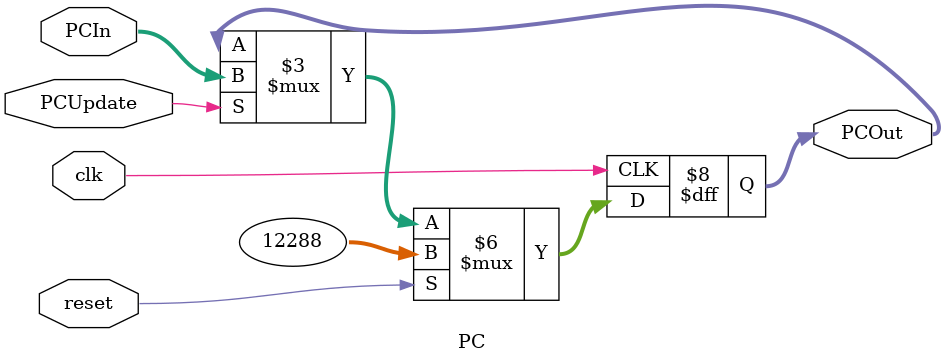
<source format=v>
`timescale 1ns / 1ps
module PC(
	 input clk,
    input reset,
	 input PCUpdate,
	 input [31:0] PCIn,
	 output reg [31:0] PCOut
    );
	
	initial begin
		PCOut <= 32'h00003000;			//½«PC³õÊ¼»¯Îª0x3000
	end

	always @(posedge clk) begin
		if (reset) begin
			PCOut <= 32'h00003000;		//ÈôÓÐresetÐÅºÅÔò½«PC½øÐÐ¸´Î»
		end
		else if(PCUpdate) begin
			PCOut <= PCIn;					//ÈôÓÐPCUpdateÐÅºÅÔò½«PC½øÐÐ¸üÐÂ
		end
	end	

endmodule

</source>
